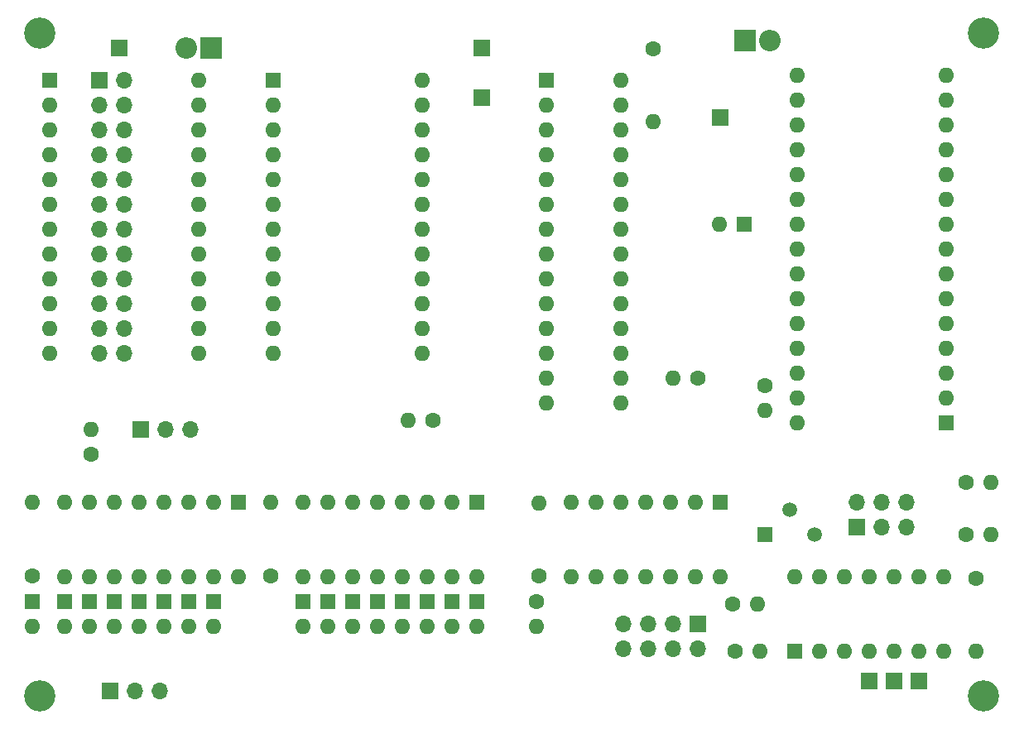
<source format=gbs>
G04 #@! TF.GenerationSoftware,KiCad,Pcbnew,(6.0.0)*
G04 #@! TF.CreationDate,2022-08-18T21:42:32-04:00*
G04 #@! TF.ProjectId,io_i2c,696f5f69-3263-42e6-9b69-6361645f7063,rev?*
G04 #@! TF.SameCoordinates,Original*
G04 #@! TF.FileFunction,Soldermask,Bot*
G04 #@! TF.FilePolarity,Negative*
%FSLAX46Y46*%
G04 Gerber Fmt 4.6, Leading zero omitted, Abs format (unit mm)*
G04 Created by KiCad (PCBNEW (6.0.0)) date 2022-08-18 21:42:32*
%MOMM*%
%LPD*%
G01*
G04 APERTURE LIST*
%ADD10R,1.600000X1.600000*%
%ADD11O,1.600000X1.600000*%
%ADD12R,1.700000X1.700000*%
%ADD13C,1.600000*%
%ADD14C,3.200000*%
%ADD15O,1.700000X1.700000*%
%ADD16R,2.200000X2.200000*%
%ADD17O,2.200000X2.200000*%
%ADD18R,1.500000X1.500000*%
%ADD19C,1.500000*%
G04 APERTURE END LIST*
D10*
X93218000Y-155448000D03*
D11*
X93218000Y-157988000D03*
D10*
X103378000Y-155448000D03*
D11*
X103378000Y-157988000D03*
D12*
X172974000Y-163576000D03*
D13*
X128299000Y-136906000D03*
D11*
X125759000Y-136906000D03*
D14*
X184658000Y-97282000D03*
D10*
X89154000Y-102108000D03*
D11*
X89154000Y-104648000D03*
X89154000Y-107188000D03*
X89154000Y-109728000D03*
X89154000Y-112268000D03*
X89154000Y-114808000D03*
X89154000Y-117348000D03*
X89154000Y-119888000D03*
X89154000Y-122428000D03*
X89154000Y-124968000D03*
X89154000Y-127508000D03*
X89154000Y-130048000D03*
X104394000Y-130048000D03*
X104394000Y-127508000D03*
X104394000Y-124968000D03*
X104394000Y-122428000D03*
X104394000Y-119888000D03*
X104394000Y-117348000D03*
X104394000Y-114808000D03*
X104394000Y-112268000D03*
X104394000Y-109728000D03*
X104394000Y-107188000D03*
X104394000Y-104648000D03*
X104394000Y-102108000D03*
D13*
X87376000Y-152788000D03*
D11*
X87376000Y-145288000D03*
D12*
X171704000Y-147828000D03*
D15*
X171704000Y-145288000D03*
X174244000Y-147828000D03*
X174244000Y-145288000D03*
X176784000Y-147828000D03*
X176784000Y-145288000D03*
D10*
X95758000Y-155448000D03*
D11*
X95758000Y-157988000D03*
D10*
X108458000Y-145288000D03*
D11*
X105918000Y-145288000D03*
X103378000Y-145288000D03*
X100838000Y-145288000D03*
X98298000Y-145288000D03*
X95758000Y-145288000D03*
X93218000Y-145288000D03*
X90678000Y-145288000D03*
X90678000Y-152908000D03*
X93218000Y-152908000D03*
X95758000Y-152908000D03*
X98298000Y-152908000D03*
X100838000Y-152908000D03*
X103378000Y-152908000D03*
X105918000Y-152908000D03*
X108458000Y-152908000D03*
D10*
X115062000Y-155448000D03*
D11*
X115062000Y-157988000D03*
D16*
X105664000Y-98806000D03*
D17*
X103124000Y-98806000D03*
D10*
X160175686Y-116840000D03*
D11*
X157635686Y-116840000D03*
D10*
X87376000Y-155448000D03*
D11*
X87376000Y-157988000D03*
D13*
X182851000Y-148590000D03*
D11*
X185391000Y-148590000D03*
D10*
X127762000Y-155448000D03*
D11*
X127762000Y-157988000D03*
D10*
X100838000Y-155448000D03*
D11*
X100838000Y-157988000D03*
D16*
X160274000Y-98044000D03*
D17*
X162814000Y-98044000D03*
D10*
X120142000Y-155448000D03*
D11*
X120142000Y-157988000D03*
D12*
X155438000Y-157729000D03*
D15*
X155438000Y-160269000D03*
X152898000Y-157729000D03*
X152898000Y-160269000D03*
X150358000Y-157729000D03*
X150358000Y-160269000D03*
X147818000Y-157729000D03*
X147818000Y-160269000D03*
D13*
X150876000Y-98866000D03*
D11*
X150876000Y-106366000D03*
D13*
X182851000Y-143256000D03*
D11*
X185391000Y-143256000D03*
D10*
X130302000Y-155448000D03*
D11*
X130302000Y-157988000D03*
D10*
X112014000Y-102108000D03*
D11*
X112014000Y-104648000D03*
X112014000Y-107188000D03*
X112014000Y-109728000D03*
X112014000Y-112268000D03*
X112014000Y-114808000D03*
X112014000Y-117348000D03*
X112014000Y-119888000D03*
X112014000Y-122428000D03*
X112014000Y-124968000D03*
X112014000Y-127508000D03*
X112014000Y-130048000D03*
X127254000Y-130048000D03*
X127254000Y-127508000D03*
X127254000Y-124968000D03*
X127254000Y-122428000D03*
X127254000Y-119888000D03*
X127254000Y-117348000D03*
X127254000Y-114808000D03*
X127254000Y-112268000D03*
X127254000Y-109728000D03*
X127254000Y-107188000D03*
X127254000Y-104648000D03*
X127254000Y-102108000D03*
D10*
X139954000Y-102108000D03*
D11*
X139954000Y-104648000D03*
X139954000Y-107188000D03*
X139954000Y-109728000D03*
X139954000Y-112268000D03*
X139954000Y-114808000D03*
X139954000Y-117348000D03*
X139954000Y-119888000D03*
X139954000Y-122428000D03*
X139954000Y-124968000D03*
X139954000Y-127508000D03*
X139954000Y-130048000D03*
X139954000Y-132588000D03*
X139954000Y-135128000D03*
X147574000Y-135128000D03*
X147574000Y-132588000D03*
X147574000Y-130048000D03*
X147574000Y-127508000D03*
X147574000Y-124968000D03*
X147574000Y-122428000D03*
X147574000Y-119888000D03*
X147574000Y-117348000D03*
X147574000Y-114808000D03*
X147574000Y-112268000D03*
X147574000Y-109728000D03*
X147574000Y-107188000D03*
X147574000Y-104648000D03*
X147574000Y-102108000D03*
D12*
X98440000Y-137795000D03*
D15*
X100980000Y-137795000D03*
X103520000Y-137795000D03*
D12*
X157734000Y-105918000D03*
D14*
X88138000Y-97282000D03*
D12*
X94234000Y-102108000D03*
D15*
X96774000Y-102108000D03*
X94234000Y-104648000D03*
X96774000Y-104648000D03*
X94234000Y-107188000D03*
X96774000Y-107188000D03*
X94234000Y-109728000D03*
X96774000Y-109728000D03*
X94234000Y-112268000D03*
X96774000Y-112268000D03*
X94234000Y-114808000D03*
X96774000Y-114808000D03*
X94234000Y-117348000D03*
X96774000Y-117348000D03*
X94234000Y-119888000D03*
X96774000Y-119888000D03*
X94234000Y-122428000D03*
X96774000Y-122428000D03*
X94234000Y-124968000D03*
X96774000Y-124968000D03*
X94234000Y-127508000D03*
X96774000Y-127508000D03*
X94234000Y-130048000D03*
X96774000Y-130048000D03*
D13*
X158975000Y-155702000D03*
D11*
X161515000Y-155702000D03*
D18*
X162306000Y-148598000D03*
D19*
X164846000Y-146058000D03*
X167386000Y-148598000D03*
D10*
X105918000Y-155448000D03*
D11*
X105918000Y-157988000D03*
D10*
X98298000Y-155448000D03*
D11*
X98298000Y-157988000D03*
D12*
X133350000Y-103886000D03*
D14*
X88138000Y-165100000D03*
D13*
X139169000Y-152838000D03*
D11*
X139169000Y-145338000D03*
D12*
X178054000Y-163576000D03*
D10*
X180848000Y-137160000D03*
D11*
X180848000Y-134620000D03*
X180848000Y-132080000D03*
X180848000Y-129540000D03*
X180848000Y-127000000D03*
X180848000Y-124460000D03*
X180848000Y-121920000D03*
X180848000Y-119380000D03*
X180848000Y-116840000D03*
X180848000Y-114300000D03*
X180848000Y-111760000D03*
X180848000Y-109220000D03*
X180848000Y-106680000D03*
X180848000Y-104140000D03*
X180848000Y-101600000D03*
X165608000Y-101600000D03*
X165608000Y-104140000D03*
X165608000Y-106680000D03*
X165608000Y-109220000D03*
X165608000Y-111760000D03*
X165608000Y-114300000D03*
X165608000Y-116840000D03*
X165608000Y-119380000D03*
X165608000Y-121920000D03*
X165608000Y-124460000D03*
X165608000Y-127000000D03*
X165608000Y-129540000D03*
X165608000Y-132080000D03*
X165608000Y-134620000D03*
X165608000Y-137160000D03*
D13*
X159229000Y-160528000D03*
D11*
X161769000Y-160528000D03*
D12*
X96266000Y-98806000D03*
D13*
X162306000Y-133321000D03*
D11*
X162306000Y-135861000D03*
D12*
X133350000Y-98806000D03*
D10*
X157739000Y-145298000D03*
D11*
X155199000Y-145298000D03*
X152659000Y-145298000D03*
X150119000Y-145298000D03*
X147579000Y-145298000D03*
X145039000Y-145298000D03*
X142499000Y-145298000D03*
X142499000Y-152918000D03*
X145039000Y-152918000D03*
X147579000Y-152918000D03*
X150119000Y-152918000D03*
X152659000Y-152918000D03*
X155199000Y-152918000D03*
X157739000Y-152918000D03*
D10*
X132827000Y-145298000D03*
D11*
X130287000Y-145298000D03*
X127747000Y-145298000D03*
X125207000Y-145298000D03*
X122667000Y-145298000D03*
X120127000Y-145298000D03*
X117587000Y-145298000D03*
X115047000Y-145298000D03*
X115047000Y-152918000D03*
X117587000Y-152918000D03*
X120127000Y-152918000D03*
X122667000Y-152918000D03*
X125207000Y-152918000D03*
X127747000Y-152918000D03*
X130287000Y-152918000D03*
X132827000Y-152918000D03*
D10*
X165349000Y-160518000D03*
D11*
X167889000Y-160518000D03*
X170429000Y-160518000D03*
X172969000Y-160518000D03*
X175509000Y-160518000D03*
X178049000Y-160518000D03*
X180589000Y-160518000D03*
X180589000Y-152898000D03*
X178049000Y-152898000D03*
X175509000Y-152898000D03*
X172969000Y-152898000D03*
X170429000Y-152898000D03*
X167889000Y-152898000D03*
X165349000Y-152898000D03*
D10*
X132842000Y-155448000D03*
D11*
X132842000Y-157988000D03*
D10*
X117602000Y-155448000D03*
D11*
X117602000Y-157988000D03*
D13*
X183896000Y-153028000D03*
D11*
X183896000Y-160528000D03*
D10*
X90678000Y-155448000D03*
D11*
X90678000Y-157988000D03*
D13*
X111760000Y-152788000D03*
D11*
X111760000Y-145288000D03*
D14*
X184658000Y-165100000D03*
D13*
X155448000Y-132588000D03*
D11*
X152908000Y-132588000D03*
D13*
X138938000Y-155448000D03*
D11*
X138938000Y-157988000D03*
D12*
X175514000Y-163576000D03*
D10*
X122682000Y-155448000D03*
D11*
X122682000Y-157988000D03*
D13*
X93345000Y-140335000D03*
D11*
X93345000Y-137795000D03*
D12*
X95265000Y-164592000D03*
D15*
X97805000Y-164592000D03*
X100345000Y-164592000D03*
D10*
X125222000Y-155448000D03*
D11*
X125222000Y-157988000D03*
M02*

</source>
